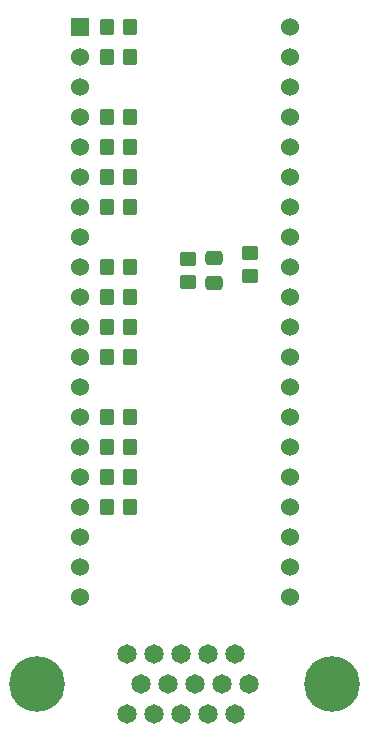
<source format=gbr>
%TF.GenerationSoftware,KiCad,Pcbnew,(5.99.0-8075-g8416c1fc37)*%
%TF.CreationDate,2021-06-30T13:11:38+01:00*%
%TF.ProjectId,picovga,7069636f-7667-4612-9e6b-696361645f70,rev?*%
%TF.SameCoordinates,Original*%
%TF.FileFunction,Soldermask,Top*%
%TF.FilePolarity,Negative*%
%FSLAX46Y46*%
G04 Gerber Fmt 4.6, Leading zero omitted, Abs format (unit mm)*
G04 Created by KiCad (PCBNEW (5.99.0-8075-g8416c1fc37)) date 2021-06-30 13:11:38*
%MOMM*%
%LPD*%
G01*
G04 APERTURE LIST*
G04 Aperture macros list*
%AMRoundRect*
0 Rectangle with rounded corners*
0 $1 Rounding radius*
0 $2 $3 $4 $5 $6 $7 $8 $9 X,Y pos of 4 corners*
0 Add a 4 corners polygon primitive as box body*
4,1,4,$2,$3,$4,$5,$6,$7,$8,$9,$2,$3,0*
0 Add four circle primitives for the rounded corners*
1,1,$1+$1,$2,$3,0*
1,1,$1+$1,$4,$5,0*
1,1,$1+$1,$6,$7,0*
1,1,$1+$1,$8,$9,0*
0 Add four rect primitives between the rounded corners*
20,1,$1+$1,$2,$3,$4,$5,0*
20,1,$1+$1,$4,$5,$6,$7,0*
20,1,$1+$1,$6,$7,$8,$9,0*
20,1,$1+$1,$8,$9,$2,$3,0*%
G04 Aperture macros list end*
%ADD10RoundRect,0.250000X-0.350000X-0.450000X0.350000X-0.450000X0.350000X0.450000X-0.350000X0.450000X0*%
%ADD11RoundRect,0.250000X0.350000X0.450000X-0.350000X0.450000X-0.350000X-0.450000X0.350000X-0.450000X0*%
%ADD12RoundRect,0.250000X-0.475000X0.337500X-0.475000X-0.337500X0.475000X-0.337500X0.475000X0.337500X0*%
%ADD13R,1.524000X1.524000*%
%ADD14C,1.524000*%
%ADD15RoundRect,0.250000X-0.450000X0.350000X-0.450000X-0.350000X0.450000X-0.350000X0.450000X0.350000X0*%
%ADD16RoundRect,0.250000X0.450000X-0.350000X0.450000X0.350000X-0.450000X0.350000X-0.450000X-0.350000X0*%
%ADD17C,1.650000*%
%ADD18C,4.725000*%
G04 APERTURE END LIST*
D10*
%TO.C,R12*%
X162380343Y-98426662D03*
X164380343Y-98426662D03*
%TD*%
D11*
%TO.C,R13*%
X164383744Y-100964363D03*
X162383744Y-100964363D03*
%TD*%
D10*
%TO.C,R6*%
X162375390Y-78108531D03*
X164375390Y-78108531D03*
%TD*%
%TO.C,R8*%
X162383299Y-85730358D03*
X164383299Y-85730358D03*
%TD*%
%TO.C,R4*%
X162378463Y-73019919D03*
X164378463Y-73019919D03*
%TD*%
%TO.C,R11*%
X162379298Y-95886606D03*
X164379298Y-95886606D03*
%TD*%
D12*
%TO.C,C1*%
X171500000Y-82462500D03*
X171500000Y-84537500D03*
%TD*%
D13*
%TO.C,U0*%
X160110000Y-62870000D03*
D14*
X160110000Y-65410000D03*
X160110000Y-67950000D03*
X160110000Y-70490000D03*
X160110000Y-73030000D03*
X160110000Y-75570000D03*
X160110000Y-78110000D03*
X160110000Y-80650000D03*
X160110000Y-83190000D03*
X160110000Y-85730000D03*
X160110000Y-88270000D03*
X160110000Y-90810000D03*
X160110000Y-93350000D03*
X160110000Y-95890000D03*
X160110000Y-98430000D03*
X160110000Y-100970000D03*
X160110000Y-103510000D03*
X160110000Y-106050000D03*
X160110000Y-108590000D03*
X160110000Y-111130000D03*
X177890000Y-111130000D03*
X177890000Y-108590000D03*
X177890000Y-106050000D03*
X177890000Y-103510000D03*
X177890000Y-100970000D03*
X177890000Y-98430000D03*
X177890000Y-95890000D03*
X177890000Y-93350000D03*
X177890000Y-90810000D03*
X177890000Y-88270000D03*
X177890000Y-85730000D03*
X177890000Y-83190000D03*
X177890000Y-80650000D03*
X177890000Y-78110000D03*
X177890000Y-75570000D03*
X177890000Y-73030000D03*
X177890000Y-70490000D03*
X177890000Y-67950000D03*
X177890000Y-65410000D03*
X177890000Y-62870000D03*
%TD*%
D15*
%TO.C,R16*%
X169250000Y-82500000D03*
X169250000Y-84500000D03*
%TD*%
D10*
%TO.C,R2*%
X162382505Y-65410218D03*
X164382505Y-65410218D03*
%TD*%
%TO.C,R14*%
X162390090Y-103521542D03*
X164390090Y-103521542D03*
%TD*%
%TO.C,R3*%
X162382505Y-70515877D03*
X164382505Y-70515877D03*
%TD*%
%TO.C,R10*%
X162381824Y-90808651D03*
X164381824Y-90808651D03*
%TD*%
%TO.C,R1*%
X162382505Y-62880196D03*
X164382505Y-62880196D03*
%TD*%
%TO.C,R5*%
X162386041Y-75569627D03*
X164386041Y-75569627D03*
%TD*%
%TO.C,R7*%
X162379871Y-83198224D03*
X164379871Y-83198224D03*
%TD*%
%TO.C,R9*%
X162380037Y-88273194D03*
X164380037Y-88273194D03*
%TD*%
D16*
%TO.C,R15*%
X174500000Y-84000000D03*
X174500000Y-82000000D03*
%TD*%
D17*
%TO.C,J0*%
X173285000Y-115930000D03*
X170995000Y-115930000D03*
X168705000Y-115930000D03*
X166415000Y-115930000D03*
X164125000Y-115930000D03*
X174431000Y-118470000D03*
X172140000Y-118470000D03*
X169850000Y-118470000D03*
X167561000Y-118470000D03*
X165270000Y-118470000D03*
X173285000Y-121010000D03*
X170995000Y-121010000D03*
X168705000Y-121010000D03*
X166415000Y-121010000D03*
X164125000Y-121010000D03*
D18*
X156460000Y-118470000D03*
X181450000Y-118470000D03*
%TD*%
M02*

</source>
